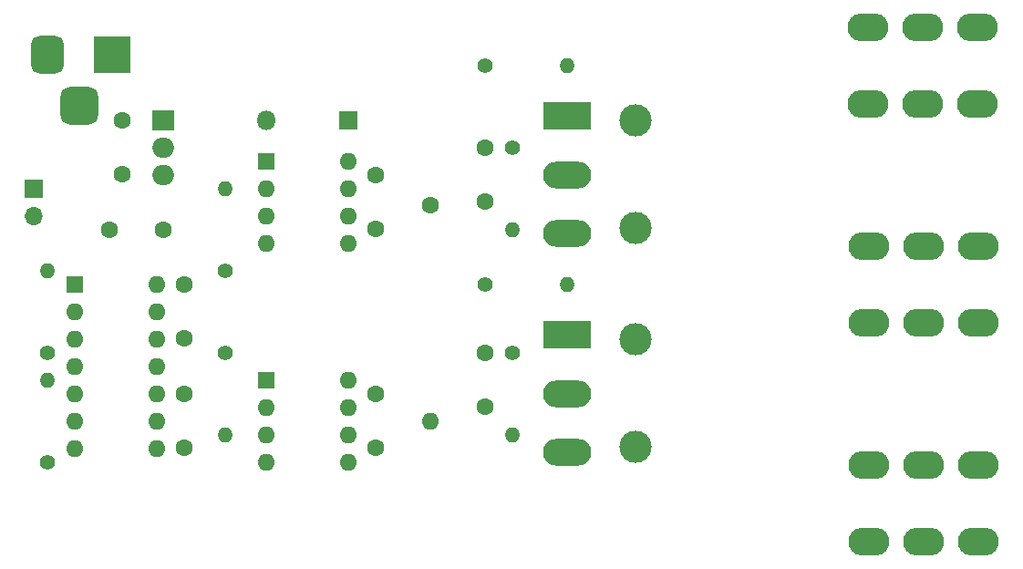
<source format=gbr>
%TF.GenerationSoftware,KiCad,Pcbnew,7.0.2*%
%TF.CreationDate,2023-10-17T20:48:40+09:00*%
%TF.ProjectId,Bridge,42726964-6765-42e6-9b69-6361645f7063,rev?*%
%TF.SameCoordinates,Original*%
%TF.FileFunction,Soldermask,Top*%
%TF.FilePolarity,Negative*%
%FSLAX46Y46*%
G04 Gerber Fmt 4.6, Leading zero omitted, Abs format (unit mm)*
G04 Created by KiCad (PCBNEW 7.0.2) date 2023-10-17 20:48:40*
%MOMM*%
%LPD*%
G01*
G04 APERTURE LIST*
G04 Aperture macros list*
%AMRoundRect*
0 Rectangle with rounded corners*
0 $1 Rounding radius*
0 $2 $3 $4 $5 $6 $7 $8 $9 X,Y pos of 4 corners*
0 Add a 4 corners polygon primitive as box body*
4,1,4,$2,$3,$4,$5,$6,$7,$8,$9,$2,$3,0*
0 Add four circle primitives for the rounded corners*
1,1,$1+$1,$2,$3*
1,1,$1+$1,$4,$5*
1,1,$1+$1,$6,$7*
1,1,$1+$1,$8,$9*
0 Add four rect primitives between the rounded corners*
20,1,$1+$1,$2,$3,$4,$5,0*
20,1,$1+$1,$4,$5,$6,$7,0*
20,1,$1+$1,$6,$7,$8,$9,0*
20,1,$1+$1,$8,$9,$2,$3,0*%
G04 Aperture macros list end*
%ADD10O,4.500000X2.500000*%
%ADD11R,4.500000X2.500000*%
%ADD12R,1.700000X1.700000*%
%ADD13O,1.700000X1.700000*%
%ADD14R,2.000000X1.905000*%
%ADD15O,2.000000X1.905000*%
%ADD16R,1.600000X1.600000*%
%ADD17O,1.600000X1.600000*%
%ADD18C,1.400000*%
%ADD19O,1.400000X1.400000*%
%ADD20RoundRect,0.875000X-0.875000X-0.875000X0.875000X-0.875000X0.875000X0.875000X-0.875000X0.875000X0*%
%ADD21RoundRect,0.750000X-0.750000X-1.000000X0.750000X-1.000000X0.750000X1.000000X-0.750000X1.000000X0*%
%ADD22R,3.500000X3.500000*%
%ADD23O,3.800000X2.600000*%
%ADD24C,3.000000*%
%ADD25R,1.800000X1.800000*%
%ADD26O,1.800000X1.800000*%
%ADD27C,1.600000*%
G04 APERTURE END LIST*
D10*
%TO.C,Q2*%
X157480000Y-117210000D03*
X157480000Y-111760000D03*
D11*
X157480000Y-106310000D03*
%TD*%
D10*
%TO.C,Q1*%
X157480000Y-96890000D03*
X157480000Y-91440000D03*
D11*
X157480000Y-85990000D03*
%TD*%
D12*
%TO.C,J4*%
X107950000Y-92710000D03*
D13*
X107950000Y-95250000D03*
%TD*%
D14*
%TO.C,U4*%
X120015000Y-86360000D03*
D15*
X120015000Y-88900000D03*
X120015000Y-91440000D03*
%TD*%
D16*
%TO.C,U3*%
X129550000Y-110500000D03*
D17*
X129550000Y-113040000D03*
X129550000Y-115580000D03*
X129550000Y-118120000D03*
X137170000Y-118120000D03*
X137170000Y-115580000D03*
X137170000Y-113040000D03*
X137170000Y-110500000D03*
%TD*%
D16*
%TO.C,U2*%
X129550000Y-90180000D03*
D17*
X129550000Y-92720000D03*
X129550000Y-95260000D03*
X129550000Y-97800000D03*
X137170000Y-97800000D03*
X137170000Y-95260000D03*
X137170000Y-92720000D03*
X137170000Y-90180000D03*
%TD*%
D16*
%TO.C,U1*%
X111770000Y-101595000D03*
D17*
X111770000Y-104135000D03*
X111770000Y-106675000D03*
X111770000Y-109215000D03*
X111770000Y-111755000D03*
X111770000Y-114295000D03*
X111770000Y-116835000D03*
X119390000Y-116835000D03*
X119390000Y-114295000D03*
X119390000Y-111755000D03*
X119390000Y-109215000D03*
X119390000Y-106675000D03*
X119390000Y-104135000D03*
X119390000Y-101595000D03*
%TD*%
D18*
%TO.C,R8*%
X109220000Y-118110000D03*
D19*
X109220000Y-110490000D03*
%TD*%
D18*
%TO.C,R7*%
X109220000Y-107950000D03*
D19*
X109220000Y-100330000D03*
%TD*%
D18*
%TO.C,R6*%
X125730000Y-107950000D03*
D19*
X125730000Y-115570000D03*
%TD*%
D18*
%TO.C,R5*%
X125730000Y-100330000D03*
D19*
X125730000Y-92710000D03*
%TD*%
%TO.C,R4*%
X157480000Y-101600000D03*
D18*
X149860000Y-101600000D03*
%TD*%
%TO.C,R3*%
X149860000Y-81280000D03*
D19*
X157480000Y-81280000D03*
%TD*%
D18*
%TO.C,R2*%
X152400000Y-107950000D03*
D19*
X152400000Y-115570000D03*
%TD*%
D18*
%TO.C,R1*%
X152400000Y-88900000D03*
D19*
X152400000Y-96520000D03*
%TD*%
D20*
%TO.C,J5*%
X112220000Y-85022500D03*
D21*
X109220000Y-80322500D03*
D22*
X115220000Y-80322500D03*
%TD*%
D23*
%TO.C,J3*%
X185500000Y-118370000D03*
X190580000Y-118370000D03*
X195660000Y-118370000D03*
X195660000Y-125476000D03*
X190580000Y-125482000D03*
X185500000Y-125482000D03*
%TD*%
%TO.C,J2*%
X185500000Y-98050000D03*
X190580000Y-98050000D03*
X195660000Y-98050000D03*
X195660000Y-105156000D03*
X190580000Y-105162000D03*
X185500000Y-105162000D03*
%TD*%
%TO.C,J1*%
X185420000Y-84842000D03*
X190500000Y-84842000D03*
X195580000Y-84836000D03*
X195580000Y-77730000D03*
X190500000Y-77730000D03*
X185420000Y-77730000D03*
%TD*%
D24*
%TO.C,HS2*%
X163830000Y-116680000D03*
X163830000Y-106680000D03*
%TD*%
%TO.C,HS1*%
X163830000Y-96360000D03*
X163830000Y-86360000D03*
%TD*%
D25*
%TO.C,D1*%
X137160000Y-86360000D03*
D26*
X129540000Y-86360000D03*
%TD*%
D27*
%TO.C,C9*%
X120015000Y-96520000D03*
X115015000Y-96520000D03*
%TD*%
%TO.C,C8*%
X116205000Y-86400000D03*
X116205000Y-91400000D03*
%TD*%
%TO.C,C7*%
X121920000Y-101640000D03*
X121920000Y-106640000D03*
%TD*%
%TO.C,C6*%
X121920000Y-111800000D03*
X121920000Y-116800000D03*
%TD*%
%TO.C,C5*%
X139700000Y-111800000D03*
X139700000Y-116800000D03*
%TD*%
%TO.C,C4*%
X139700000Y-91480000D03*
X139700000Y-96480000D03*
%TD*%
%TO.C,C3*%
X144780000Y-94300000D03*
D17*
X144780000Y-114300000D03*
%TD*%
D27*
%TO.C,C2*%
X149860000Y-107990000D03*
X149860000Y-112990000D03*
%TD*%
%TO.C,C1*%
X149860000Y-93900000D03*
X149860000Y-88900000D03*
%TD*%
M02*

</source>
